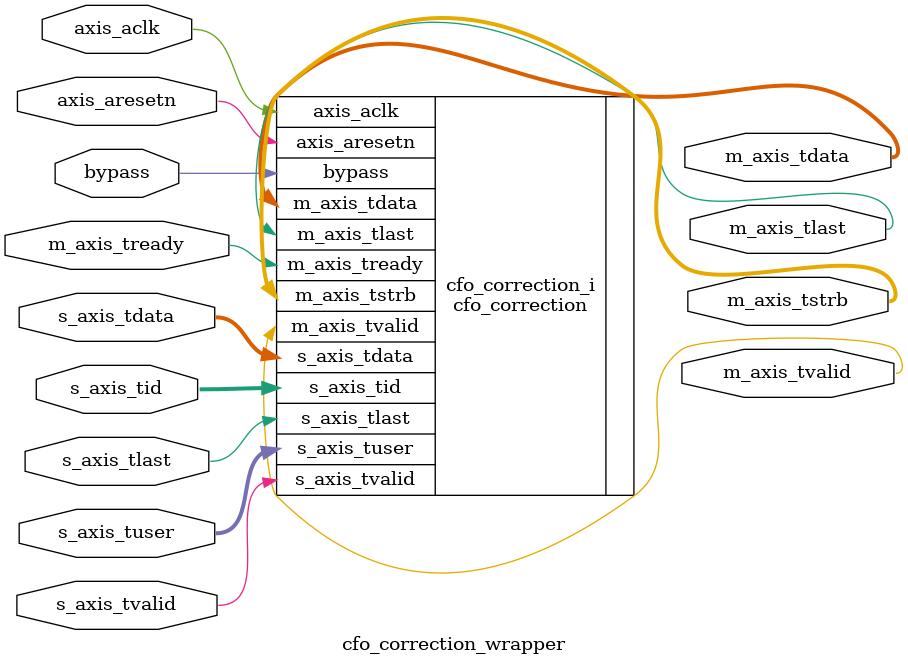
<source format=v>
`timescale 1 ps / 1 ps

module cfo_correction_wrapper
   (axis_aclk,
    axis_aresetn,
    bypass,
    m_axis_tdata,
    m_axis_tlast,
    m_axis_tready,
    m_axis_tstrb,
    m_axis_tvalid,
    s_axis_tdata,
    s_axis_tid,
    s_axis_tlast,
    s_axis_tuser,
    s_axis_tvalid);
  input axis_aclk;
  input axis_aresetn;
  input bypass;
  output [127:0]m_axis_tdata;
  output m_axis_tlast;
  input m_axis_tready;
  output [15:0]m_axis_tstrb;
  output m_axis_tvalid;
  input [127:0]s_axis_tdata;
  input [7:0]s_axis_tid;
  input s_axis_tlast;
  input [7:0]s_axis_tuser;
  input s_axis_tvalid;

  wire axis_aclk;
  wire axis_aresetn;
  wire bypass;
  wire [127:0]m_axis_tdata;
  wire m_axis_tlast;
  wire m_axis_tready;
  wire [15:0]m_axis_tstrb;
  wire m_axis_tvalid;
  wire [127:0]s_axis_tdata;
  wire [7:0]s_axis_tid;
  wire s_axis_tlast;
  wire [7:0]s_axis_tuser;
  wire s_axis_tvalid;

  cfo_correction cfo_correction_i
       (.axis_aclk(axis_aclk),
        .axis_aresetn(axis_aresetn),
        .bypass(bypass),
        .m_axis_tdata(m_axis_tdata),
        .m_axis_tlast(m_axis_tlast),
        .m_axis_tready(m_axis_tready),
        .m_axis_tstrb(m_axis_tstrb),
        .m_axis_tvalid(m_axis_tvalid),
        .s_axis_tdata(s_axis_tdata),
        .s_axis_tid(s_axis_tid),
        .s_axis_tlast(s_axis_tlast),
        .s_axis_tuser(s_axis_tuser),
        .s_axis_tvalid(s_axis_tvalid));
endmodule

</source>
